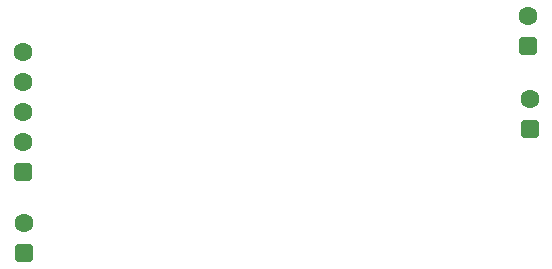
<source format=gbr>
%FSTAX23Y23*%
%MOIN*%
%SFA1B1*%

%IPPOS*%
%AMD40*
4,1,8,-0.031500,0.015700,-0.031500,-0.015700,-0.015700,-0.031500,0.015700,-0.031500,0.031500,-0.015700,0.031500,0.015700,0.015700,0.031500,-0.015700,0.031500,-0.031500,0.015700,0.0*
1,1,0.031496,-0.015700,0.015700*
1,1,0.031496,-0.015700,-0.015700*
1,1,0.031496,0.015700,-0.015700*
1,1,0.031496,0.015700,0.015700*
%
G04~CAMADD=40~8~0.0~0.0~629.9~629.9~157.5~0.0~15~0.0~0.0~0.0~0.0~0~0.0~0.0~0.0~0.0~0~0.0~0.0~0.0~90.0~630.0~630.0*
%ADD40D40*%
%ADD41C,0.062992*%
%LNmtr_dvr_pcb_pads_bot-1*%
%LPD*%
G54D40*
X03615Y0252D03*
X05295Y0321D03*
X0361Y0279D03*
X053Y02935D03*
G54D41*
X03615Y0262D03*
X05295Y0331D03*
X0361Y0319D03*
Y0309D03*
Y0289D03*
Y0299D03*
X053Y03035D03*
M02*
</source>
